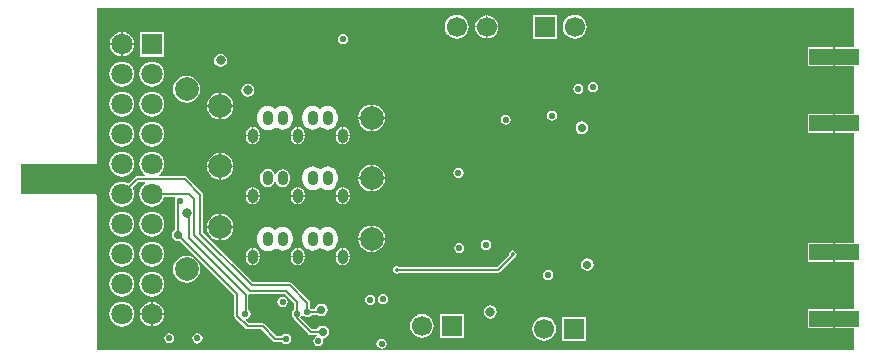
<source format=gbl>
%FSLAX43Y43*%
%MOMM*%
G71*
G01*
G75*
G04 Layer_Physical_Order=4*
G04 Layer_Color=16711680*
%ADD10R,3.600X1.800*%
%ADD11R,0.800X0.650*%
%ADD12R,0.650X0.800*%
%ADD13R,0.282X0.205*%
%ADD14R,0.205X0.282*%
%ADD15R,1.200X1.200*%
%ADD16R,0.900X0.600*%
%ADD17R,0.600X0.900*%
%ADD18R,0.350X0.350*%
%ADD19R,0.350X0.350*%
G04:AMPARAMS|DCode=20|XSize=0.205mm|YSize=0.282mm|CornerRadius=0mm|HoleSize=0mm|Usage=FLASHONLY|Rotation=315.000|XOffset=0mm|YOffset=0mm|HoleType=Round|Shape=Rectangle|*
%AMROTATEDRECTD20*
4,1,4,-0.172,-0.027,0.027,0.172,0.172,0.027,-0.027,-0.172,-0.172,-0.027,0.0*
%
%ADD20ROTATEDRECTD20*%

%ADD21R,0.350X0.700*%
%ADD22R,0.600X0.600*%
%ADD23R,0.950X1.750*%
%ADD24R,0.600X0.500*%
%ADD25R,0.762X0.762*%
%ADD26R,0.350X0.850*%
%ADD27R,1.100X0.700*%
%ADD28O,0.700X0.250*%
%ADD29O,0.250X0.700*%
%ADD30R,4.700X4.700*%
%ADD31R,1.600X1.400*%
%ADD32R,0.300X0.700*%
%ADD33R,1.300X1.100*%
%ADD34R,2.250X1.000*%
%ADD35R,2.200X1.050*%
%ADD36R,1.050X1.000*%
%ADD37R,1.200X3.200*%
%ADD38R,3.000X3.000*%
%ADD39R,3.200X1.200*%
%ADD40C,0.300*%
%ADD41C,0.254*%
%ADD42C,0.150*%
%ADD43C,0.203*%
%ADD44C,0.175*%
%ADD45C,0.152*%
%ADD46C,0.200*%
%ADD47C,0.400*%
%ADD48C,0.195*%
%ADD49C,0.170*%
%ADD50C,0.210*%
%ADD51C,0.190*%
%ADD52C,0.350*%
%ADD53R,1.547X1.240*%
%ADD54R,0.920X0.400*%
%ADD55R,0.920X0.400*%
%ADD56R,0.900X0.400*%
%ADD57R,0.002X0.195*%
%ADD58R,0.000X0.195*%
%ADD59R,0.486X1.169*%
%ADD60R,0.729X0.544*%
%ADD61R,0.428X1.195*%
%ADD62R,0.643X0.715*%
%ADD63C,2.000*%
%ADD64O,0.900X1.200*%
%ADD65O,0.900X1.250*%
%ADD66C,1.700*%
%ADD67R,4.200X1.350*%
%ADD68R,1.700X1.700*%
%ADD69C,1.800*%
%ADD70R,1.800X1.800*%
%ADD71C,0.550*%
%ADD72C,0.350*%
%ADD73C,0.800*%
%ADD74C,0.737*%
G36*
X64496Y26183D02*
X62864D01*
Y25383D01*
Y24583D01*
X64496D01*
Y20533D01*
X62864D01*
Y19733D01*
Y18933D01*
X64496D01*
Y9625D01*
X62889D01*
Y8825D01*
Y8025D01*
X64496D01*
Y4950D01*
X64496Y4950D01*
X64496D01*
Y3975D01*
X62889D01*
Y3175D01*
Y2375D01*
X64496D01*
Y504D01*
X456D01*
Y13523D01*
X456Y13523D01*
X441Y13601D01*
X396Y13667D01*
X396Y13667D01*
X394Y13669D01*
X328Y13713D01*
X250Y13729D01*
X-6021D01*
Y16271D01*
X250D01*
X328Y16287D01*
X394Y16331D01*
Y16331D01*
X394D01*
X438Y16397D01*
X454Y16475D01*
Y29496D01*
X64496D01*
Y26183D01*
D02*
G37*
%LPC*%
G36*
X33361Y9862D02*
X33195Y9829D01*
X33055Y9735D01*
X32961Y9595D01*
X32928Y9429D01*
X32961Y9263D01*
X33055Y9123D01*
X33195Y9029D01*
X33361Y8996D01*
X33527Y9029D01*
X33667Y9123D01*
X33761Y9263D01*
X33794Y9429D01*
X33761Y9595D01*
X33667Y9735D01*
X33527Y9829D01*
X33361Y9862D01*
D02*
G37*
G36*
X14863Y10982D02*
X14641Y10953D01*
X14434Y10867D01*
X14257Y10731D01*
X14121Y10554D01*
X14035Y10347D01*
X14006Y10125D01*
Y9775D01*
X14035Y9553D01*
X14121Y9346D01*
X14257Y9169D01*
X14434Y9033D01*
X14641Y8947D01*
X14863Y8918D01*
X15085Y8947D01*
X15292Y9033D01*
X15469Y9169D01*
X15469Y9169D01*
Y9169D01*
X15527Y9194D01*
Y9194D01*
X15527Y9194D01*
X15704Y9058D01*
X15911Y8972D01*
X16133Y8943D01*
X16355Y8972D01*
X16562Y9058D01*
X16739Y9194D01*
X16875Y9371D01*
X16961Y9578D01*
X16990Y9800D01*
Y10100D01*
X16961Y10322D01*
X16875Y10529D01*
X16739Y10706D01*
X16562Y10842D01*
X16355Y10928D01*
X16133Y10957D01*
X15911Y10928D01*
X15704Y10842D01*
X15527Y10706D01*
X15469Y10731D01*
X15469Y10731D01*
Y10731D01*
X15292Y10867D01*
X15085Y10953D01*
X14863Y10982D01*
D02*
G37*
G36*
X24799Y9887D02*
X23736D01*
Y8824D01*
X23967Y8854D01*
X24240Y8967D01*
X24475Y9148D01*
X24656Y9383D01*
X24769Y9656D01*
X24799Y9887D01*
D02*
G37*
G36*
X10781Y10887D02*
X9717D01*
X9747Y10656D01*
X9860Y10383D01*
X10041Y10148D01*
X10276Y9967D01*
X10549Y9854D01*
X10781Y9824D01*
Y10887D01*
D02*
G37*
G36*
X23736Y11076D02*
Y10012D01*
X24799D01*
X24769Y10244D01*
X24656Y10517D01*
X24475Y10752D01*
X24240Y10933D01*
X23967Y11046D01*
X23736Y11076D01*
D02*
G37*
G36*
X23611D02*
X23379Y11046D01*
X23106Y10933D01*
X22871Y10752D01*
X22690Y10517D01*
X22577Y10244D01*
X22547Y10012D01*
X23611D01*
Y11076D01*
D02*
G37*
G36*
X11969Y10887D02*
X10906D01*
Y9824D01*
X11137Y9854D01*
X11410Y9967D01*
X11645Y10148D01*
X11826Y10383D01*
X11939Y10656D01*
X11969Y10887D01*
D02*
G37*
G36*
X23611Y9887D02*
X22547D01*
X22577Y9656D01*
X22690Y9383D01*
X22871Y9148D01*
X23106Y8967D01*
X23379Y8854D01*
X23611Y8824D01*
Y9887D01*
D02*
G37*
G36*
X17340Y9174D02*
X17179Y9142D01*
X16988Y9015D01*
X16861Y8824D01*
X16817Y8600D01*
Y8512D01*
X17340D01*
Y9174D01*
D02*
G37*
G36*
X13656D02*
Y8512D01*
X14179D01*
Y8600D01*
X14135Y8824D01*
X14008Y9015D01*
X13817Y9142D01*
X13656Y9174D01*
D02*
G37*
G36*
X13531D02*
X13369Y9142D01*
X13178Y9015D01*
X13051Y8824D01*
X13007Y8600D01*
Y8512D01*
X13531D01*
Y9174D01*
D02*
G37*
G36*
X17465D02*
Y8512D01*
X17989D01*
Y8600D01*
X17945Y8824D01*
X17818Y9015D01*
X17627Y9142D01*
X17465Y9174D01*
D02*
G37*
G36*
X31094Y9596D02*
X30928Y9563D01*
X30788Y9469D01*
X30694Y9329D01*
X30661Y9163D01*
X30694Y8997D01*
X30788Y8857D01*
X30928Y8763D01*
X31094Y8730D01*
X31260Y8763D01*
X31400Y8857D01*
X31494Y8997D01*
X31527Y9163D01*
X31494Y9329D01*
X31400Y9469D01*
X31260Y9563D01*
X31094Y9596D01*
D02*
G37*
G36*
X21275Y9174D02*
Y8512D01*
X21799D01*
Y8600D01*
X21755Y8824D01*
X21628Y9015D01*
X21437Y9142D01*
X21275Y9174D01*
D02*
G37*
G36*
X21150D02*
X20989Y9142D01*
X20798Y9015D01*
X20671Y8824D01*
X20627Y8600D01*
Y8512D01*
X21150D01*
Y9174D01*
D02*
G37*
G36*
X2530Y12249D02*
X2256Y12213D01*
X2000Y12107D01*
X1781Y11939D01*
X1613Y11720D01*
X1507Y11464D01*
X1471Y11190D01*
X1507Y10916D01*
X1613Y10660D01*
X1781Y10441D01*
X2000Y10273D01*
X2256Y10167D01*
X2530Y10131D01*
X2804Y10167D01*
X3060Y10273D01*
X3279Y10441D01*
X3447Y10660D01*
X3553Y10916D01*
X3589Y11190D01*
X3553Y11464D01*
X3447Y11720D01*
X3279Y11939D01*
X3060Y12107D01*
X2804Y12213D01*
X2530Y12249D01*
D02*
G37*
G36*
X13531Y14320D02*
X13369Y14288D01*
X13178Y14161D01*
X13051Y13970D01*
X13007Y13746D01*
Y13658D01*
X13531D01*
Y14320D01*
D02*
G37*
G36*
X21799Y13533D02*
X21275D01*
Y12872D01*
X21437Y12904D01*
X21628Y13031D01*
X21755Y13222D01*
X21799Y13446D01*
Y13533D01*
D02*
G37*
G36*
X21150D02*
X20627D01*
Y13446D01*
X20671Y13222D01*
X20798Y13031D01*
X20989Y12904D01*
X21150Y12872D01*
Y13533D01*
D02*
G37*
G36*
X13656Y14320D02*
Y13658D01*
X14179D01*
Y13746D01*
X14135Y13970D01*
X14008Y14161D01*
X13817Y14288D01*
X13656Y14320D01*
D02*
G37*
G36*
X21150D02*
X20989Y14288D01*
X20798Y14161D01*
X20671Y13970D01*
X20627Y13746D01*
Y13658D01*
X21150D01*
Y14320D01*
D02*
G37*
G36*
X17465D02*
Y13658D01*
X17989D01*
Y13746D01*
X17945Y13970D01*
X17818Y14161D01*
X17627Y14288D01*
X17465Y14320D01*
D02*
G37*
G36*
X17340D02*
X17179Y14288D01*
X16988Y14161D01*
X16861Y13970D01*
X16817Y13746D01*
Y13658D01*
X17340D01*
Y14320D01*
D02*
G37*
G36*
X17989Y13533D02*
X17465D01*
Y12872D01*
X17627Y12904D01*
X17818Y13031D01*
X17945Y13222D01*
X17989Y13446D01*
Y13533D01*
D02*
G37*
G36*
X10781Y12076D02*
X10549Y12046D01*
X10276Y11933D01*
X10041Y11752D01*
X9860Y11517D01*
X9747Y11244D01*
X9717Y11012D01*
X10781D01*
Y12076D01*
D02*
G37*
G36*
X19943Y10957D02*
X19721Y10928D01*
X19514Y10842D01*
X19337Y10706D01*
X19279D01*
X19102Y10842D01*
X18895Y10928D01*
X18673Y10957D01*
X18451Y10928D01*
X18244Y10842D01*
X18067Y10706D01*
X17931Y10529D01*
X17845Y10322D01*
X17816Y10100D01*
Y9800D01*
X17845Y9578D01*
X17931Y9371D01*
X18067Y9194D01*
X18244Y9058D01*
X18451Y8972D01*
X18673Y8943D01*
X18895Y8972D01*
X19102Y9058D01*
X19279Y9194D01*
X19337D01*
X19514Y9058D01*
X19721Y8972D01*
X19943Y8943D01*
X20165Y8972D01*
X20372Y9058D01*
X20549Y9194D01*
X20685Y9371D01*
X20771Y9578D01*
X20800Y9800D01*
Y10100D01*
X20771Y10322D01*
X20685Y10529D01*
X20549Y10706D01*
X20372Y10842D01*
X20165Y10928D01*
X19943Y10957D01*
D02*
G37*
G36*
X5070Y12249D02*
X4796Y12213D01*
X4540Y12107D01*
X4321Y11939D01*
X4153Y11720D01*
X4047Y11464D01*
X4011Y11190D01*
X4047Y10916D01*
X4153Y10660D01*
X4321Y10441D01*
X4540Y10273D01*
X4796Y10167D01*
X5070Y10131D01*
X5344Y10167D01*
X5600Y10273D01*
X5819Y10441D01*
X5987Y10660D01*
X6093Y10916D01*
X6129Y11190D01*
X6093Y11464D01*
X5987Y11720D01*
X5819Y11939D01*
X5600Y12107D01*
X5344Y12213D01*
X5070Y12249D01*
D02*
G37*
G36*
X10906Y12076D02*
Y11012D01*
X11969D01*
X11939Y11244D01*
X11826Y11517D01*
X11645Y11752D01*
X11410Y11933D01*
X11137Y12046D01*
X10906Y12076D01*
D02*
G37*
G36*
X17340Y13533D02*
X16817D01*
Y13446D01*
X16861Y13222D01*
X16988Y13031D01*
X17179Y12904D01*
X17340Y12872D01*
Y13533D01*
D02*
G37*
G36*
X14179D02*
X13656D01*
Y12872D01*
X13817Y12904D01*
X14008Y13031D01*
X14135Y13222D01*
X14179Y13446D01*
Y13533D01*
D02*
G37*
G36*
X13531D02*
X13007D01*
Y13446D01*
X13051Y13222D01*
X13178Y13031D01*
X13369Y12904D01*
X13531Y12872D01*
Y13533D01*
D02*
G37*
G36*
X62764Y9625D02*
X60601D01*
Y8025D01*
X62764D01*
Y8825D01*
Y9625D01*
D02*
G37*
G36*
X6096Y3507D02*
X5133D01*
Y2544D01*
X5338Y2571D01*
X5587Y2675D01*
X5801Y2839D01*
X5965Y3053D01*
X6069Y3302D01*
X6096Y3507D01*
D02*
G37*
G36*
X5008D02*
X4044D01*
X4071Y3302D01*
X4175Y3053D01*
X4339Y2839D01*
X4553Y2675D01*
X4802Y2571D01*
X5008Y2544D01*
Y3507D01*
D02*
G37*
G36*
X2530Y4629D02*
X2256Y4593D01*
X2000Y4487D01*
X1781Y4319D01*
X1613Y4100D01*
X1507Y3844D01*
X1471Y3570D01*
X1507Y3296D01*
X1613Y3040D01*
X1781Y2821D01*
X2000Y2653D01*
X2256Y2547D01*
X2530Y2511D01*
X2804Y2547D01*
X3060Y2653D01*
X3279Y2821D01*
X3447Y3040D01*
X3553Y3296D01*
X3589Y3570D01*
X3553Y3844D01*
X3447Y4100D01*
X3279Y4319D01*
X3060Y4487D01*
X2804Y4593D01*
X2530Y4629D01*
D02*
G37*
G36*
X33719Y4324D02*
X33504Y4281D01*
X33322Y4160D01*
X33201Y3978D01*
X33158Y3763D01*
X33201Y3548D01*
X33322Y3366D01*
X33504Y3245D01*
X33719Y3202D01*
X33934Y3245D01*
X34116Y3366D01*
X34237Y3548D01*
X34280Y3763D01*
X34237Y3978D01*
X34116Y4160D01*
X33934Y4281D01*
X33719Y4324D01*
D02*
G37*
G36*
X16127Y5031D02*
X15961Y4998D01*
X15821Y4904D01*
X15727Y4764D01*
X15694Y4598D01*
X15727Y4432D01*
X15821Y4292D01*
X15961Y4198D01*
X16127Y4165D01*
X16293Y4198D01*
X16433Y4292D01*
X16527Y4432D01*
X16560Y4598D01*
X16527Y4764D01*
X16433Y4904D01*
X16293Y4998D01*
X16127Y5031D01*
D02*
G37*
G36*
X5133Y4596D02*
Y3632D01*
X6096D01*
X6069Y3838D01*
X5965Y4087D01*
X5801Y4301D01*
X5587Y4465D01*
X5338Y4569D01*
X5133Y4596D01*
D02*
G37*
G36*
X5008D02*
X4802Y4569D01*
X4553Y4465D01*
X4339Y4301D01*
X4175Y4087D01*
X4071Y3838D01*
X4044Y3632D01*
X5008D01*
Y4596D01*
D02*
G37*
G36*
X62764Y3975D02*
X60601D01*
Y2375D01*
X62764D01*
Y3175D01*
Y3975D01*
D02*
G37*
G36*
X6536Y1963D02*
X6370Y1930D01*
X6229Y1836D01*
X6135Y1696D01*
X6102Y1530D01*
X6135Y1364D01*
X6229Y1224D01*
X6370Y1130D01*
X6536Y1097D01*
X6702Y1130D01*
X6842Y1224D01*
X6936Y1364D01*
X6969Y1530D01*
X6936Y1696D01*
X6842Y1836D01*
X6702Y1930D01*
X6536Y1963D01*
D02*
G37*
G36*
X8918Y1953D02*
X8752Y1920D01*
X8611Y1826D01*
X8517Y1686D01*
X8484Y1520D01*
X8517Y1354D01*
X8611Y1214D01*
X8752Y1120D01*
X8918Y1087D01*
X9084Y1120D01*
X9224Y1214D01*
X9318Y1354D01*
X9351Y1520D01*
X9318Y1686D01*
X9224Y1826D01*
X9084Y1920D01*
X8918Y1953D01*
D02*
G37*
G36*
X24511Y1514D02*
X24345Y1481D01*
X24205Y1387D01*
X24111Y1247D01*
X24078Y1081D01*
X24111Y915D01*
X24205Y775D01*
X24345Y681D01*
X24511Y648D01*
X24677Y681D01*
X24817Y775D01*
X24911Y915D01*
X24944Y1081D01*
X24911Y1247D01*
X24817Y1387D01*
X24677Y1481D01*
X24511Y1514D01*
D02*
G37*
G36*
X38272Y3344D02*
X38011Y3309D01*
X37768Y3208D01*
X37559Y3048D01*
X37399Y2839D01*
X37298Y2596D01*
X37263Y2335D01*
X37298Y2074D01*
X37399Y1831D01*
X37559Y1622D01*
X37768Y1462D01*
X38011Y1361D01*
X38272Y1326D01*
X38533Y1361D01*
X38776Y1462D01*
X38985Y1622D01*
X39146Y1831D01*
X39246Y2074D01*
X39281Y2335D01*
X39246Y2596D01*
X39146Y2839D01*
X38985Y3048D01*
X38776Y3208D01*
X38533Y3309D01*
X38272Y3344D01*
D02*
G37*
G36*
X31471Y3582D02*
X29471D01*
Y1582D01*
X31471D01*
Y3582D01*
D02*
G37*
G36*
X27931Y3591D02*
X27670Y3556D01*
X27427Y3455D01*
X27218Y3295D01*
X27058Y3086D01*
X26957Y2843D01*
X26922Y2582D01*
X26957Y2321D01*
X27058Y2078D01*
X27218Y1869D01*
X27427Y1709D01*
X27670Y1608D01*
X27931Y1573D01*
X28192Y1608D01*
X28435Y1709D01*
X28644Y1869D01*
X28804Y2078D01*
X28905Y2321D01*
X28940Y2582D01*
X28905Y2843D01*
X28804Y3086D01*
X28644Y3295D01*
X28435Y3455D01*
X28192Y3556D01*
X27931Y3591D01*
D02*
G37*
G36*
X41812Y3335D02*
X39812D01*
Y1335D01*
X41812D01*
Y3335D01*
D02*
G37*
G36*
X23549Y5218D02*
X23383Y5185D01*
X23243Y5091D01*
X23149Y4951D01*
X23116Y4785D01*
X23149Y4619D01*
X23243Y4479D01*
X23383Y4385D01*
X23549Y4352D01*
X23715Y4385D01*
X23855Y4479D01*
X23949Y4619D01*
X23982Y4785D01*
X23949Y4951D01*
X23855Y5091D01*
X23715Y5185D01*
X23549Y5218D01*
D02*
G37*
G36*
X14179Y8387D02*
X13656D01*
Y7726D01*
X13817Y7758D01*
X14008Y7885D01*
X14135Y8076D01*
X14179Y8300D01*
Y8387D01*
D02*
G37*
G36*
X13531D02*
X13007D01*
Y8300D01*
X13051Y8076D01*
X13178Y7885D01*
X13369Y7758D01*
X13531Y7726D01*
Y8387D01*
D02*
G37*
G36*
X5070Y9709D02*
X4796Y9673D01*
X4540Y9567D01*
X4321Y9399D01*
X4153Y9180D01*
X4047Y8924D01*
X4011Y8650D01*
X4047Y8376D01*
X4153Y8120D01*
X4321Y7901D01*
X4540Y7733D01*
X4796Y7627D01*
X5070Y7591D01*
X5344Y7627D01*
X5600Y7733D01*
X5819Y7901D01*
X5987Y8120D01*
X6093Y8376D01*
X6129Y8650D01*
X6093Y8924D01*
X5987Y9180D01*
X5819Y9399D01*
X5600Y9567D01*
X5344Y9673D01*
X5070Y9709D01*
D02*
G37*
G36*
X17340Y8387D02*
X16817D01*
Y8300D01*
X16861Y8076D01*
X16988Y7885D01*
X17179Y7758D01*
X17340Y7726D01*
Y8387D01*
D02*
G37*
G36*
X21799D02*
X21275D01*
Y7726D01*
X21437Y7758D01*
X21628Y7885D01*
X21755Y8076D01*
X21799Y8300D01*
Y8387D01*
D02*
G37*
G36*
X21150D02*
X20627D01*
Y8300D01*
X20671Y8076D01*
X20798Y7885D01*
X20989Y7758D01*
X21150Y7726D01*
Y8387D01*
D02*
G37*
G36*
X17989D02*
X17465D01*
Y7726D01*
X17627Y7758D01*
X17818Y7885D01*
X17945Y8076D01*
X17989Y8300D01*
Y8387D01*
D02*
G37*
G36*
X2530Y9709D02*
X2256Y9673D01*
X2000Y9567D01*
X1781Y9399D01*
X1613Y9180D01*
X1507Y8924D01*
X1471Y8650D01*
X1507Y8376D01*
X1613Y8120D01*
X1781Y7901D01*
X2000Y7733D01*
X2256Y7627D01*
X2530Y7591D01*
X2804Y7627D01*
X3060Y7733D01*
X3279Y7901D01*
X3447Y8120D01*
X3553Y8376D01*
X3589Y8650D01*
X3553Y8924D01*
X3447Y9180D01*
X3279Y9399D01*
X3060Y9567D01*
X2804Y9673D01*
X2530Y9709D01*
D02*
G37*
G36*
X5070Y7169D02*
X4796Y7133D01*
X4540Y7027D01*
X4321Y6859D01*
X4153Y6640D01*
X4047Y6384D01*
X4011Y6110D01*
X4047Y5836D01*
X4153Y5580D01*
X4321Y5361D01*
X4540Y5193D01*
X4796Y5087D01*
X5070Y5051D01*
X5344Y5087D01*
X5600Y5193D01*
X5819Y5361D01*
X5987Y5580D01*
X6093Y5836D01*
X6129Y6110D01*
X6093Y6384D01*
X5987Y6640D01*
X5819Y6859D01*
X5600Y7027D01*
X5344Y7133D01*
X5070Y7169D01*
D02*
G37*
G36*
X2530D02*
X2256Y7133D01*
X2000Y7027D01*
X1781Y6859D01*
X1613Y6640D01*
X1507Y6384D01*
X1471Y6110D01*
X1507Y5836D01*
X1613Y5580D01*
X1781Y5361D01*
X2000Y5193D01*
X2256Y5087D01*
X2530Y5051D01*
X2804Y5087D01*
X3060Y5193D01*
X3279Y5361D01*
X3447Y5580D01*
X3553Y5836D01*
X3589Y6110D01*
X3553Y6384D01*
X3447Y6640D01*
X3279Y6859D01*
X3060Y7027D01*
X2804Y7133D01*
X2530Y7169D01*
D02*
G37*
G36*
X24623Y5281D02*
X24457Y5248D01*
X24317Y5154D01*
X24223Y5014D01*
X24190Y4848D01*
X24223Y4682D01*
X24317Y4542D01*
X24457Y4448D01*
X24623Y4415D01*
X24789Y4448D01*
X24929Y4542D01*
X25023Y4682D01*
X25056Y4848D01*
X25023Y5014D01*
X24929Y5154D01*
X24789Y5248D01*
X24623Y5281D01*
D02*
G37*
G36*
X8000Y8540D02*
X7700Y8500D01*
X7420Y8385D01*
X7180Y8200D01*
X6995Y7960D01*
X6880Y7680D01*
X6840Y7380D01*
X6880Y7080D01*
X6995Y6800D01*
X7180Y6560D01*
X7420Y6375D01*
X7700Y6260D01*
X8000Y6220D01*
X8300Y6260D01*
X8580Y6375D01*
X8820Y6560D01*
X9005Y6800D01*
X9120Y7080D01*
X9160Y7380D01*
X9120Y7680D01*
X9005Y7960D01*
X8820Y8200D01*
X8580Y8385D01*
X8300Y8500D01*
X8000Y8540D01*
D02*
G37*
G36*
X35612Y8968D02*
X35485Y8943D01*
X35378Y8871D01*
X35306Y8764D01*
X35281Y8637D01*
X35292Y8578D01*
X34277Y7564D01*
X26011D01*
X25912Y7630D01*
X25785Y7655D01*
X25658Y7630D01*
X25551Y7558D01*
X25479Y7451D01*
X25454Y7324D01*
X25479Y7197D01*
X25551Y7090D01*
X25658Y7018D01*
X25785Y6993D01*
X25912Y7018D01*
X26011Y7084D01*
X34377D01*
X34468Y7103D01*
X34546Y7155D01*
X34546Y7155D01*
X34546Y7155D01*
X35718Y8327D01*
X35739Y8331D01*
X35846Y8403D01*
X35918Y8510D01*
X35943Y8637D01*
X35918Y8764D01*
X35846Y8871D01*
X35739Y8943D01*
X35612Y8968D01*
D02*
G37*
G36*
X41926Y8309D02*
X41720Y8268D01*
X41545Y8151D01*
X41428Y7976D01*
X41387Y7770D01*
X41428Y7564D01*
X41545Y7389D01*
X41720Y7272D01*
X41926Y7231D01*
X42132Y7272D01*
X42307Y7389D01*
X42424Y7564D01*
X42465Y7770D01*
X42424Y7976D01*
X42307Y8151D01*
X42132Y8268D01*
X41926Y8309D01*
D02*
G37*
G36*
X38615Y7316D02*
X38449Y7283D01*
X38309Y7189D01*
X38215Y7049D01*
X38182Y6883D01*
X38215Y6717D01*
X38309Y6577D01*
X38449Y6483D01*
X38615Y6450D01*
X38781Y6483D01*
X38921Y6577D01*
X39015Y6717D01*
X39048Y6883D01*
X39015Y7049D01*
X38921Y7189D01*
X38781Y7283D01*
X38615Y7316D01*
D02*
G37*
G36*
X21275Y14320D02*
Y13658D01*
X21799D01*
Y13746D01*
X21755Y13970D01*
X21628Y14161D01*
X21437Y14288D01*
X21275Y14320D01*
D02*
G37*
G36*
X10906Y22318D02*
Y21254D01*
X11969D01*
X11939Y21486D01*
X11826Y21759D01*
X11645Y21994D01*
X11410Y22175D01*
X11137Y22288D01*
X10906Y22318D01*
D02*
G37*
G36*
X8000Y23780D02*
X7700Y23740D01*
X7420Y23625D01*
X7180Y23440D01*
X6995Y23200D01*
X6880Y22920D01*
X6840Y22620D01*
X6880Y22320D01*
X6995Y22040D01*
X7180Y21800D01*
X7420Y21615D01*
X7700Y21500D01*
X8000Y21460D01*
X8300Y21500D01*
X8580Y21615D01*
X8820Y21800D01*
X9005Y22040D01*
X9120Y22320D01*
X9160Y22620D01*
X9120Y22920D01*
X9005Y23200D01*
X8820Y23440D01*
X8580Y23625D01*
X8300Y23740D01*
X8000Y23780D01*
D02*
G37*
G36*
X19943Y21199D02*
X19721Y21170D01*
X19514Y21084D01*
X19337Y20948D01*
X19279D01*
X19102Y21084D01*
X18895Y21170D01*
X18673Y21199D01*
X18451Y21170D01*
X18244Y21084D01*
X18067Y20948D01*
X17931Y20771D01*
X17845Y20564D01*
X17816Y20342D01*
Y20042D01*
X17845Y19820D01*
X17931Y19613D01*
X18067Y19436D01*
X18244Y19300D01*
X18451Y19214D01*
X18673Y19185D01*
X18895Y19214D01*
X19102Y19300D01*
X19279Y19436D01*
X19337D01*
X19514Y19300D01*
X19721Y19214D01*
X19943Y19185D01*
X20165Y19214D01*
X20372Y19300D01*
X20549Y19436D01*
X20685Y19613D01*
X20771Y19820D01*
X20800Y20042D01*
Y20342D01*
X20771Y20564D01*
X20685Y20771D01*
X20549Y20948D01*
X20372Y21084D01*
X20165Y21170D01*
X19943Y21199D01*
D02*
G37*
G36*
X10781Y22318D02*
X10549Y22288D01*
X10276Y22175D01*
X10041Y21994D01*
X9860Y21759D01*
X9747Y21486D01*
X9717Y21254D01*
X10781D01*
Y22318D01*
D02*
G37*
G36*
X42425Y23223D02*
X42259Y23190D01*
X42119Y23096D01*
X42025Y22956D01*
X41992Y22790D01*
X42025Y22624D01*
X42119Y22484D01*
X42259Y22390D01*
X42425Y22357D01*
X42591Y22390D01*
X42731Y22484D01*
X42825Y22624D01*
X42858Y22790D01*
X42825Y22956D01*
X42731Y23096D01*
X42591Y23190D01*
X42425Y23223D01*
D02*
G37*
G36*
X2530Y24949D02*
X2256Y24913D01*
X2000Y24807D01*
X1781Y24639D01*
X1613Y24420D01*
X1507Y24164D01*
X1471Y23890D01*
X1507Y23616D01*
X1613Y23360D01*
X1781Y23141D01*
X2000Y22973D01*
X2256Y22867D01*
X2530Y22831D01*
X2804Y22867D01*
X3060Y22973D01*
X3279Y23141D01*
X3447Y23360D01*
X3553Y23616D01*
X3589Y23890D01*
X3553Y24164D01*
X3447Y24420D01*
X3279Y24639D01*
X3060Y24807D01*
X2804Y24913D01*
X2530Y24949D01*
D02*
G37*
G36*
X13190Y23087D02*
X12975Y23044D01*
X12793Y22923D01*
X12672Y22741D01*
X12629Y22526D01*
X12672Y22311D01*
X12793Y22129D01*
X12975Y22008D01*
X13190Y21965D01*
X13405Y22008D01*
X13587Y22129D01*
X13708Y22311D01*
X13751Y22526D01*
X13708Y22741D01*
X13587Y22923D01*
X13405Y23044D01*
X13190Y23087D01*
D02*
G37*
G36*
X41174Y23083D02*
X41008Y23050D01*
X40868Y22956D01*
X40774Y22816D01*
X40741Y22650D01*
X40774Y22484D01*
X40868Y22344D01*
X41008Y22250D01*
X41174Y22217D01*
X41340Y22250D01*
X41480Y22344D01*
X41574Y22484D01*
X41607Y22650D01*
X41574Y22816D01*
X41480Y22956D01*
X41340Y23050D01*
X41174Y23083D01*
D02*
G37*
G36*
X10781Y21129D02*
X9717D01*
X9747Y20898D01*
X9860Y20625D01*
X10041Y20390D01*
X10276Y20209D01*
X10549Y20096D01*
X10781Y20066D01*
Y21129D01*
D02*
G37*
G36*
X11969D02*
X10906D01*
Y20066D01*
X11137Y20096D01*
X11410Y20209D01*
X11645Y20390D01*
X11826Y20625D01*
X11939Y20898D01*
X11969Y21129D01*
D02*
G37*
G36*
X35025Y20474D02*
X34859Y20441D01*
X34719Y20347D01*
X34625Y20207D01*
X34592Y20041D01*
X34625Y19875D01*
X34719Y19735D01*
X34859Y19641D01*
X35025Y19608D01*
X35191Y19641D01*
X35331Y19735D01*
X35425Y19875D01*
X35458Y20041D01*
X35425Y20207D01*
X35331Y20347D01*
X35191Y20441D01*
X35025Y20474D01*
D02*
G37*
G36*
X38946Y20807D02*
X38780Y20774D01*
X38640Y20680D01*
X38546Y20540D01*
X38513Y20374D01*
X38546Y20208D01*
X38640Y20068D01*
X38780Y19974D01*
X38946Y19941D01*
X39112Y19974D01*
X39252Y20068D01*
X39346Y20208D01*
X39379Y20374D01*
X39346Y20540D01*
X39252Y20680D01*
X39112Y20774D01*
X38946Y20807D01*
D02*
G37*
G36*
X2530Y22409D02*
X2256Y22373D01*
X2000Y22267D01*
X1781Y22099D01*
X1613Y21880D01*
X1507Y21624D01*
X1471Y21350D01*
X1507Y21076D01*
X1613Y20820D01*
X1781Y20601D01*
X2000Y20433D01*
X2256Y20327D01*
X2530Y20291D01*
X2804Y20327D01*
X3060Y20433D01*
X3279Y20601D01*
X3447Y20820D01*
X3553Y21076D01*
X3589Y21350D01*
X3553Y21624D01*
X3447Y21880D01*
X3279Y22099D01*
X3060Y22267D01*
X2804Y22373D01*
X2530Y22409D01*
D02*
G37*
G36*
X5070D02*
X4796Y22373D01*
X4540Y22267D01*
X4321Y22099D01*
X4153Y21880D01*
X4047Y21624D01*
X4011Y21350D01*
X4047Y21076D01*
X4153Y20820D01*
X4321Y20601D01*
X4540Y20433D01*
X4796Y20327D01*
X5070Y20291D01*
X5344Y20327D01*
X5600Y20433D01*
X5819Y20601D01*
X5987Y20820D01*
X6093Y21076D01*
X6129Y21350D01*
X6093Y21624D01*
X5987Y21880D01*
X5819Y22099D01*
X5600Y22267D01*
X5344Y22373D01*
X5070Y22409D01*
D02*
G37*
G36*
X23611Y21318D02*
X23379Y21288D01*
X23106Y21175D01*
X22871Y20994D01*
X22690Y20759D01*
X22577Y20486D01*
X22547Y20254D01*
X23611D01*
Y21318D01*
D02*
G37*
G36*
X23736D02*
Y20254D01*
X24799D01*
X24769Y20486D01*
X24656Y20759D01*
X24475Y20994D01*
X24240Y21175D01*
X23967Y21288D01*
X23736Y21318D01*
D02*
G37*
G36*
X40869Y28919D02*
X40608Y28884D01*
X40365Y28784D01*
X40156Y28623D01*
X39995Y28414D01*
X39895Y28171D01*
X39860Y27910D01*
X39895Y27649D01*
X39995Y27406D01*
X40156Y27197D01*
X40365Y27037D01*
X40608Y26936D01*
X40869Y26901D01*
X41130Y26936D01*
X41373Y27037D01*
X41582Y27197D01*
X41742Y27406D01*
X41843Y27649D01*
X41878Y27910D01*
X41843Y28171D01*
X41742Y28414D01*
X41582Y28623D01*
X41373Y28784D01*
X41130Y28884D01*
X40869Y28919D01*
D02*
G37*
G36*
X39329Y28910D02*
X37329D01*
Y26910D01*
X39329D01*
Y28910D01*
D02*
G37*
G36*
X2592Y27456D02*
Y26493D01*
X3556D01*
X3529Y26698D01*
X3425Y26947D01*
X3261Y27161D01*
X3047Y27325D01*
X2798Y27429D01*
X2592Y27456D01*
D02*
G37*
G36*
X30873Y28919D02*
X30612Y28884D01*
X30369Y28784D01*
X30160Y28623D01*
X30000Y28414D01*
X29899Y28171D01*
X29864Y27910D01*
X29899Y27649D01*
X30000Y27406D01*
X30160Y27197D01*
X30369Y27037D01*
X30612Y26936D01*
X30873Y26901D01*
X31134Y26936D01*
X31377Y27037D01*
X31586Y27197D01*
X31747Y27406D01*
X31847Y27649D01*
X31882Y27910D01*
X31847Y28171D01*
X31747Y28414D01*
X31586Y28623D01*
X31377Y28784D01*
X31134Y28884D01*
X30873Y28919D01*
D02*
G37*
G36*
X33350Y28885D02*
X33158Y28860D01*
X32921Y28762D01*
X32718Y28605D01*
X32561Y28402D01*
X32463Y28165D01*
X32438Y27972D01*
X33350D01*
Y28885D01*
D02*
G37*
G36*
X33475D02*
Y27972D01*
X34388D01*
X34363Y28165D01*
X34265Y28402D01*
X34108Y28605D01*
X33905Y28762D01*
X33668Y28860D01*
X33475Y28885D01*
D02*
G37*
G36*
X33350Y27847D02*
X32438D01*
X32463Y27655D01*
X32561Y27418D01*
X32718Y27215D01*
X32921Y27058D01*
X33158Y26960D01*
X33350Y26935D01*
Y27847D01*
D02*
G37*
G36*
X34388D02*
X33475D01*
Y26935D01*
X33668Y26960D01*
X33905Y27058D01*
X34108Y27215D01*
X34265Y27418D01*
X34363Y27655D01*
X34388Y27847D01*
D02*
G37*
G36*
X62739Y26183D02*
X60577D01*
Y24583D01*
X62739D01*
Y25383D01*
Y26183D01*
D02*
G37*
G36*
X6120Y27480D02*
X4020D01*
Y25380D01*
X6120D01*
Y27480D01*
D02*
G37*
G36*
X5070Y24949D02*
X4796Y24913D01*
X4540Y24807D01*
X4321Y24639D01*
X4153Y24420D01*
X4047Y24164D01*
X4011Y23890D01*
X4047Y23616D01*
X4153Y23360D01*
X4321Y23141D01*
X4540Y22973D01*
X4796Y22867D01*
X5070Y22831D01*
X5344Y22867D01*
X5600Y22973D01*
X5819Y23141D01*
X5987Y23360D01*
X6093Y23616D01*
X6129Y23890D01*
X6093Y24164D01*
X5987Y24420D01*
X5819Y24639D01*
X5600Y24807D01*
X5344Y24913D01*
X5070Y24949D01*
D02*
G37*
G36*
X10875Y25626D02*
X10660Y25583D01*
X10478Y25462D01*
X10357Y25280D01*
X10314Y25065D01*
X10357Y24850D01*
X10478Y24668D01*
X10660Y24547D01*
X10875Y24504D01*
X11090Y24547D01*
X11272Y24668D01*
X11393Y24850D01*
X11436Y25065D01*
X11393Y25280D01*
X11272Y25462D01*
X11090Y25583D01*
X10875Y25626D01*
D02*
G37*
G36*
X21249Y27293D02*
X21083Y27260D01*
X20943Y27166D01*
X20849Y27026D01*
X20816Y26860D01*
X20849Y26694D01*
X20943Y26554D01*
X21083Y26460D01*
X21249Y26427D01*
X21415Y26460D01*
X21555Y26554D01*
X21649Y26694D01*
X21682Y26860D01*
X21649Y27026D01*
X21555Y27166D01*
X21415Y27260D01*
X21249Y27293D01*
D02*
G37*
G36*
X2467Y27456D02*
X2262Y27429D01*
X2013Y27325D01*
X1799Y27161D01*
X1635Y26947D01*
X1531Y26698D01*
X1504Y26493D01*
X2467D01*
Y27456D01*
D02*
G37*
G36*
Y26368D02*
X1504D01*
X1531Y26162D01*
X1635Y25913D01*
X1799Y25699D01*
X2013Y25535D01*
X2262Y25431D01*
X2467Y25404D01*
Y26368D01*
D02*
G37*
G36*
X3556D02*
X2592D01*
Y25404D01*
X2798Y25431D01*
X3047Y25535D01*
X3261Y25699D01*
X3425Y25913D01*
X3529Y26162D01*
X3556Y26368D01*
D02*
G37*
G36*
X19943Y16103D02*
X19721Y16074D01*
X19514Y15988D01*
X19337Y15852D01*
X19279D01*
X19102Y15988D01*
X18895Y16074D01*
X18673Y16103D01*
X18451Y16074D01*
X18244Y15988D01*
X18067Y15852D01*
X17931Y15675D01*
X17845Y15468D01*
X17816Y15246D01*
Y14946D01*
X17845Y14724D01*
X17931Y14517D01*
X18067Y14340D01*
X18244Y14204D01*
X18451Y14118D01*
X18673Y14089D01*
X18895Y14118D01*
X19102Y14204D01*
X19279Y14340D01*
X19337D01*
X19514Y14204D01*
X19721Y14118D01*
X19943Y14089D01*
X20165Y14118D01*
X20372Y14204D01*
X20549Y14340D01*
X20685Y14517D01*
X20771Y14724D01*
X20800Y14946D01*
Y15246D01*
X20771Y15468D01*
X20685Y15675D01*
X20549Y15852D01*
X20372Y15988D01*
X20165Y16074D01*
X19943Y16103D01*
D02*
G37*
G36*
X10781Y17222D02*
X10549Y17192D01*
X10276Y17079D01*
X10041Y16898D01*
X9860Y16663D01*
X9747Y16390D01*
X9717Y16159D01*
X10781D01*
Y17222D01*
D02*
G37*
G36*
X23736Y16222D02*
Y15158D01*
X24799D01*
X24769Y15390D01*
X24656Y15663D01*
X24475Y15898D01*
X24240Y16079D01*
X23967Y16192D01*
X23736Y16222D01*
D02*
G37*
G36*
X2530Y17329D02*
X2256Y17293D01*
X2000Y17187D01*
X1781Y17019D01*
X1613Y16800D01*
X1507Y16544D01*
X1471Y16270D01*
X1507Y15996D01*
X1613Y15740D01*
X1781Y15521D01*
X2000Y15353D01*
X2256Y15247D01*
X2530Y15211D01*
X2804Y15247D01*
X3060Y15353D01*
X3279Y15521D01*
X3447Y15740D01*
X3553Y15996D01*
X3589Y16270D01*
X3553Y16544D01*
X3447Y16800D01*
X3279Y17019D01*
X3060Y17187D01*
X2804Y17293D01*
X2530Y17329D01*
D02*
G37*
G36*
X5070Y19869D02*
X4796Y19833D01*
X4540Y19727D01*
X4321Y19559D01*
X4153Y19340D01*
X4047Y19084D01*
X4011Y18810D01*
X4047Y18536D01*
X4153Y18280D01*
X4321Y18061D01*
X4540Y17893D01*
X4796Y17787D01*
X5070Y17751D01*
X5344Y17787D01*
X5600Y17893D01*
X5819Y18061D01*
X5987Y18280D01*
X6093Y18536D01*
X6129Y18810D01*
X6093Y19084D01*
X5987Y19340D01*
X5819Y19559D01*
X5600Y19727D01*
X5344Y19833D01*
X5070Y19869D01*
D02*
G37*
G36*
X13531Y18629D02*
X13007D01*
Y18542D01*
X13051Y18318D01*
X13178Y18127D01*
X13369Y18000D01*
X13531Y17968D01*
Y18629D01*
D02*
G37*
G36*
X10906Y17222D02*
Y16159D01*
X11969D01*
X11939Y16390D01*
X11826Y16663D01*
X11645Y16898D01*
X11410Y17079D01*
X11137Y17192D01*
X10906Y17222D01*
D02*
G37*
G36*
X2530Y19869D02*
X2256Y19833D01*
X2000Y19727D01*
X1781Y19559D01*
X1613Y19340D01*
X1507Y19084D01*
X1471Y18810D01*
X1507Y18536D01*
X1613Y18280D01*
X1781Y18061D01*
X2000Y17893D01*
X2256Y17787D01*
X2530Y17751D01*
X2804Y17787D01*
X3060Y17893D01*
X3279Y18061D01*
X3447Y18280D01*
X3553Y18536D01*
X3589Y18810D01*
X3553Y19084D01*
X3447Y19340D01*
X3279Y19559D01*
X3060Y19727D01*
X2804Y19833D01*
X2530Y19869D01*
D02*
G37*
G36*
X14863Y15883D02*
X14629Y15836D01*
X14430Y15704D01*
X14298Y15505D01*
X14251Y15271D01*
Y14921D01*
X14298Y14687D01*
X14430Y14488D01*
X14629Y14356D01*
X14863Y14309D01*
X15097Y14356D01*
X15296Y14488D01*
X15428Y14687D01*
X15437Y14731D01*
X15564D01*
X15568Y14712D01*
X15700Y14513D01*
X15899Y14381D01*
X16133Y14334D01*
X16367Y14381D01*
X16566Y14513D01*
X16698Y14712D01*
X16745Y14946D01*
Y15246D01*
X16698Y15480D01*
X16566Y15679D01*
X16367Y15811D01*
X16133Y15858D01*
X15899Y15811D01*
X15700Y15679D01*
X15568Y15480D01*
X15564Y15461D01*
X15437D01*
X15428Y15505D01*
X15296Y15704D01*
X15097Y15836D01*
X14863Y15883D01*
D02*
G37*
G36*
X5070Y17329D02*
X4796Y17293D01*
X4540Y17187D01*
X4321Y17019D01*
X4153Y16800D01*
X4047Y16544D01*
X4011Y16270D01*
X4047Y15996D01*
X4153Y15740D01*
X4321Y15521D01*
X4494Y15389D01*
X4453Y15268D01*
X3816D01*
X3719Y15249D01*
X3638Y15194D01*
X3077Y14634D01*
X3060Y14647D01*
X2804Y14753D01*
X2530Y14789D01*
X2256Y14753D01*
X2000Y14647D01*
X1781Y14479D01*
X1613Y14260D01*
X1507Y14004D01*
X1471Y13730D01*
X1507Y13456D01*
X1613Y13200D01*
X1781Y12981D01*
X2000Y12813D01*
X2256Y12707D01*
X2530Y12671D01*
X2804Y12707D01*
X3060Y12813D01*
X3279Y12981D01*
X3447Y13200D01*
X3553Y13456D01*
X3589Y13730D01*
X3553Y14004D01*
X3447Y14260D01*
X3434Y14277D01*
X3921Y14764D01*
X4492D01*
X4506Y14730D01*
X4536Y14643D01*
X4321Y14479D01*
X4153Y14260D01*
X4047Y14004D01*
X4011Y13730D01*
X4047Y13456D01*
X4153Y13200D01*
X4321Y12981D01*
X4540Y12813D01*
X4796Y12707D01*
X5070Y12671D01*
X5344Y12707D01*
X5600Y12813D01*
X5819Y12981D01*
X5987Y13200D01*
X6093Y13456D01*
X6096Y13478D01*
X6980D01*
X7040Y13366D01*
X7027Y13346D01*
X6994Y13180D01*
X7027Y13014D01*
X7038Y12998D01*
Y10763D01*
X6909Y10677D01*
X6792Y10502D01*
X6751Y10296D01*
X6792Y10090D01*
X6909Y9915D01*
X7084Y9798D01*
X7290Y9757D01*
X7442Y9788D01*
X12053Y5176D01*
Y3429D01*
X12072Y3332D01*
X12127Y3251D01*
X12127Y3251D01*
X12127Y3251D01*
X13021Y2357D01*
X13102Y2302D01*
X13199Y2283D01*
X14327D01*
X15323Y1288D01*
X15323D01*
X15323Y1288D01*
X15323Y1288D01*
Y1288D01*
X15404Y1233D01*
X15501Y1214D01*
X16078D01*
X16115Y1160D01*
X16255Y1066D01*
X16421Y1033D01*
X16587Y1066D01*
X16727Y1160D01*
X16821Y1300D01*
X16854Y1466D01*
X16821Y1632D01*
X16727Y1772D01*
X16587Y1866D01*
X16421Y1899D01*
X16255Y1866D01*
X16115Y1772D01*
X16078Y1718D01*
X15606D01*
X14610Y2713D01*
X14529Y2768D01*
X14432Y2787D01*
X13304D01*
X13025Y3066D01*
X13062Y3187D01*
X13156Y3206D01*
X13296Y3300D01*
X13390Y3440D01*
X13423Y3606D01*
X13390Y3772D01*
X13296Y3912D01*
X13243Y3948D01*
Y5223D01*
X13342Y5304D01*
X13346Y5303D01*
X16308D01*
X17081Y4530D01*
Y3956D01*
X17027Y3919D01*
X16933Y3779D01*
X16900Y3613D01*
X16933Y3447D01*
X17027Y3307D01*
X17081Y3270D01*
Y3236D01*
X17100Y3139D01*
X17155Y3058D01*
X18317Y1896D01*
X18398Y1841D01*
X18495Y1822D01*
X19021D01*
X19032Y1708D01*
X19026Y1694D01*
X18983Y1685D01*
X18843Y1591D01*
X18749Y1451D01*
X18716Y1285D01*
X18749Y1119D01*
X18843Y979D01*
X18983Y885D01*
X19149Y852D01*
X19315Y885D01*
X19455Y979D01*
X19549Y1119D01*
X19582Y1285D01*
X19549Y1451D01*
X19736Y1576D01*
X19740Y1576D01*
X19915Y1693D01*
X20032Y1868D01*
X20073Y2074D01*
X20032Y2280D01*
X19915Y2455D01*
X19740Y2572D01*
X19534Y2613D01*
X19328Y2572D01*
X19153Y2455D01*
X19067Y2326D01*
X18600D01*
X17638Y3288D01*
X17639Y3307D01*
X17733Y3447D01*
X17745Y3506D01*
X17870Y3530D01*
X17932Y3438D01*
X18072Y3344D01*
X18238Y3311D01*
X18404Y3344D01*
X18544Y3438D01*
X18581Y3492D01*
X19114D01*
X19198Y3435D01*
X19404Y3394D01*
X19610Y3435D01*
X19785Y3552D01*
X19902Y3727D01*
X19943Y3933D01*
X19902Y4139D01*
X19785Y4314D01*
X19610Y4431D01*
X19404Y4472D01*
X19198Y4431D01*
X19023Y4314D01*
X18906Y4139D01*
X18878Y3996D01*
X18581D01*
X18544Y4050D01*
X18490Y4087D01*
Y4499D01*
X18471Y4596D01*
X18416Y4677D01*
X16906Y6187D01*
X16825Y6242D01*
X16728Y6261D01*
X13635D01*
X9408Y10488D01*
Y13696D01*
X9389Y13793D01*
X9334Y13874D01*
X8014Y15194D01*
X7933Y15249D01*
X7836Y15268D01*
X5687D01*
X5646Y15389D01*
X5819Y15521D01*
X5987Y15740D01*
X6093Y15996D01*
X6129Y16270D01*
X6093Y16544D01*
X5987Y16800D01*
X5819Y17019D01*
X5600Y17187D01*
X5344Y17293D01*
X5070Y17329D01*
D02*
G37*
G36*
X23611Y15033D02*
X22547D01*
X22577Y14802D01*
X22690Y14529D01*
X22871Y14294D01*
X23106Y14113D01*
X23379Y14000D01*
X23611Y13970D01*
Y15033D01*
D02*
G37*
G36*
X24799D02*
X23736D01*
Y13970D01*
X23967Y14000D01*
X24240Y14113D01*
X24475Y14294D01*
X24656Y14529D01*
X24769Y14802D01*
X24799Y15033D01*
D02*
G37*
G36*
X31016Y15971D02*
X30850Y15938D01*
X30710Y15844D01*
X30616Y15704D01*
X30583Y15538D01*
X30616Y15372D01*
X30710Y15232D01*
X30850Y15138D01*
X31016Y15105D01*
X31182Y15138D01*
X31322Y15232D01*
X31416Y15372D01*
X31449Y15538D01*
X31416Y15704D01*
X31322Y15844D01*
X31182Y15938D01*
X31016Y15971D01*
D02*
G37*
G36*
X23611Y16222D02*
X23379Y16192D01*
X23106Y16079D01*
X22871Y15898D01*
X22690Y15663D01*
X22577Y15390D01*
X22547Y15158D01*
X23611D01*
Y16222D01*
D02*
G37*
G36*
X10781Y16034D02*
X9717D01*
X9747Y15802D01*
X9860Y15529D01*
X10041Y15294D01*
X10276Y15113D01*
X10549Y15000D01*
X10781Y14970D01*
Y16034D01*
D02*
G37*
G36*
X11969D02*
X10906D01*
Y14970D01*
X11137Y15000D01*
X11410Y15113D01*
X11645Y15294D01*
X11826Y15529D01*
X11939Y15802D01*
X11969Y16034D01*
D02*
G37*
G36*
X21275Y19416D02*
Y18754D01*
X21799D01*
Y18842D01*
X21755Y19066D01*
X21628Y19257D01*
X21437Y19384D01*
X21275Y19416D01*
D02*
G37*
G36*
X41471Y19896D02*
X41265Y19855D01*
X41090Y19738D01*
X40973Y19563D01*
X40932Y19357D01*
X40973Y19151D01*
X41090Y18976D01*
X41265Y18859D01*
X41471Y18818D01*
X41677Y18859D01*
X41852Y18976D01*
X41969Y19151D01*
X42010Y19357D01*
X41969Y19563D01*
X41852Y19738D01*
X41677Y19855D01*
X41471Y19896D01*
D02*
G37*
G36*
X17465Y19416D02*
Y18754D01*
X17989D01*
Y18842D01*
X17945Y19066D01*
X17818Y19257D01*
X17627Y19384D01*
X17465Y19416D01*
D02*
G37*
G36*
X21150D02*
X20989Y19384D01*
X20798Y19257D01*
X20671Y19066D01*
X20627Y18842D01*
Y18754D01*
X21150D01*
Y19416D01*
D02*
G37*
G36*
X24799Y20129D02*
X23736D01*
Y19066D01*
X23967Y19096D01*
X24240Y19209D01*
X24475Y19390D01*
X24656Y19625D01*
X24769Y19898D01*
X24799Y20129D01*
D02*
G37*
G36*
X14863Y21224D02*
X14641Y21195D01*
X14434Y21109D01*
X14257Y20973D01*
X14121Y20796D01*
X14035Y20589D01*
X14006Y20367D01*
Y20017D01*
X14035Y19795D01*
X14121Y19588D01*
X14257Y19411D01*
X14434Y19275D01*
X14641Y19189D01*
X14863Y19160D01*
X15085Y19189D01*
X15292Y19275D01*
X15469Y19411D01*
X15469Y19411D01*
Y19411D01*
X15527Y19436D01*
Y19436D01*
X15527Y19436D01*
X15704Y19300D01*
X15911Y19214D01*
X16133Y19185D01*
X16355Y19214D01*
X16562Y19300D01*
X16739Y19436D01*
X16875Y19613D01*
X16961Y19820D01*
X16990Y20042D01*
Y20342D01*
X16961Y20564D01*
X16875Y20771D01*
X16739Y20948D01*
X16562Y21084D01*
X16355Y21170D01*
X16133Y21199D01*
X15911Y21170D01*
X15704Y21084D01*
X15527Y20948D01*
X15469Y20973D01*
X15469Y20973D01*
Y20973D01*
X15292Y21109D01*
X15085Y21195D01*
X14863Y21224D01*
D02*
G37*
G36*
X62739Y20533D02*
X60577D01*
Y18933D01*
X62739D01*
Y19733D01*
Y20533D01*
D02*
G37*
G36*
X23611Y20129D02*
X22547D01*
X22577Y19898D01*
X22690Y19625D01*
X22871Y19390D01*
X23106Y19209D01*
X23379Y19096D01*
X23611Y19066D01*
Y20129D01*
D02*
G37*
G36*
X17989Y18629D02*
X17465D01*
Y17968D01*
X17627Y18000D01*
X17818Y18127D01*
X17945Y18318D01*
X17989Y18542D01*
Y18629D01*
D02*
G37*
G36*
X21150D02*
X20627D01*
Y18542D01*
X20671Y18318D01*
X20798Y18127D01*
X20989Y18000D01*
X21150Y17968D01*
Y18629D01*
D02*
G37*
G36*
X14179D02*
X13656D01*
Y17968D01*
X13817Y18000D01*
X14008Y18127D01*
X14135Y18318D01*
X14179Y18542D01*
Y18629D01*
D02*
G37*
G36*
X17340D02*
X16817D01*
Y18542D01*
X16861Y18318D01*
X16988Y18127D01*
X17179Y18000D01*
X17340Y17968D01*
Y18629D01*
D02*
G37*
G36*
X13656Y19416D02*
Y18754D01*
X14179D01*
Y18842D01*
X14135Y19066D01*
X14008Y19257D01*
X13817Y19384D01*
X13656Y19416D01*
D02*
G37*
G36*
X17340D02*
X17179Y19384D01*
X16988Y19257D01*
X16861Y19066D01*
X16817Y18842D01*
Y18754D01*
X17340D01*
Y19416D01*
D02*
G37*
G36*
X21799Y18629D02*
X21275D01*
Y17968D01*
X21437Y18000D01*
X21628Y18127D01*
X21755Y18318D01*
X21799Y18542D01*
Y18629D01*
D02*
G37*
G36*
X13531Y19416D02*
X13369Y19384D01*
X13178Y19257D01*
X13051Y19066D01*
X13007Y18842D01*
Y18754D01*
X13531D01*
Y19416D01*
D02*
G37*
%LPD*%
D42*
X34377Y7324D02*
X35612Y8559D01*
X25785Y7324D02*
X34377D01*
D44*
X14432Y2535D02*
X15501Y1466D01*
X13199Y2535D02*
X14432D01*
X12305Y3429D02*
X13199Y2535D01*
X7290Y10296D02*
X12305Y5281D01*
Y3429D02*
Y5281D01*
X16728Y6009D02*
X18238Y4499D01*
X13530Y6009D02*
X16728D01*
X9156Y10383D02*
X13530Y6009D01*
X13346Y5555D02*
X16413D01*
X8665Y10236D02*
X13346Y5555D01*
X8237Y13730D02*
X8665Y13302D01*
X7836Y15016D02*
X9156Y13696D01*
X5070Y13730D02*
X8237D01*
X3816Y15016D02*
X7836D01*
X12991Y3593D02*
Y5235D01*
X8178Y10048D02*
X12991Y5235D01*
X18238Y3926D02*
X18329Y3835D01*
X19215Y3744D02*
X19404Y3933D01*
X18238Y3744D02*
X19215D01*
X18495Y2074D02*
X19534D01*
X17333Y3236D02*
X18495Y2074D01*
X17333Y3236D02*
Y3613D01*
X15501Y1466D02*
X16421D01*
X18238Y3926D02*
Y4499D01*
X2530Y13730D02*
X3816Y15016D01*
X16413Y5555D02*
X17333Y4635D01*
Y3613D02*
Y4635D01*
X9156Y10383D02*
Y13696D01*
X8665Y10236D02*
Y13302D01*
X8178Y10048D02*
Y11881D01*
X7918Y12141D02*
X8178Y11881D01*
X7290Y10296D02*
Y13081D01*
X7405Y13196D01*
D63*
X8000Y7380D02*
D03*
Y22620D02*
D03*
X23673Y15096D02*
D03*
X10843Y16096D02*
D03*
X23673Y9950D02*
D03*
X10843Y10950D02*
D03*
X23673Y20192D02*
D03*
X10843Y21192D02*
D03*
D64*
X21213Y13596D02*
D03*
X19943Y15096D02*
D03*
X18673D02*
D03*
X17403Y13596D02*
D03*
X16133Y15096D02*
D03*
X13593Y13596D02*
D03*
X21213Y8450D02*
D03*
X19943Y9950D02*
D03*
X18673D02*
D03*
X17403Y8450D02*
D03*
X16133Y9950D02*
D03*
X13593Y8450D02*
D03*
X21213Y18692D02*
D03*
X19943Y20192D02*
D03*
X18673D02*
D03*
X17403Y18692D02*
D03*
X16133Y20192D02*
D03*
X13593Y18692D02*
D03*
D65*
X14863Y15096D02*
D03*
Y9950D02*
D03*
Y20192D02*
D03*
D66*
X30873Y27910D02*
D03*
X40869D02*
D03*
X38272Y2335D02*
D03*
X33413Y27910D02*
D03*
X27931Y2582D02*
D03*
D67*
X62802Y25383D02*
D03*
Y19733D02*
D03*
X62826Y8825D02*
D03*
Y3175D02*
D03*
D68*
X38329Y27910D02*
D03*
X40812Y2335D02*
D03*
X30471Y2582D02*
D03*
D69*
X2530Y26430D02*
D03*
X5070Y21350D02*
D03*
X2530D02*
D03*
Y23890D02*
D03*
X5070D02*
D03*
X2530Y3570D02*
D03*
Y6110D02*
D03*
X5070D02*
D03*
X2530Y13730D02*
D03*
X5070Y11190D02*
D03*
X2530D02*
D03*
Y8650D02*
D03*
X5070Y13730D02*
D03*
Y8650D02*
D03*
Y16270D02*
D03*
X2530Y18810D02*
D03*
X5070D02*
D03*
X2530Y16270D02*
D03*
X5070Y3570D02*
D03*
D70*
Y26430D02*
D03*
D71*
X62920Y27520D02*
D03*
X61920Y17520D02*
D03*
X62920Y15520D02*
D03*
X61920Y13520D02*
D03*
X62920Y11520D02*
D03*
X61920Y1520D02*
D03*
X60920Y27520D02*
D03*
X59920Y25520D02*
D03*
Y17520D02*
D03*
X60920Y15520D02*
D03*
X59920Y13520D02*
D03*
X60920Y11520D02*
D03*
X59920Y9520D02*
D03*
Y1520D02*
D03*
X58920Y27520D02*
D03*
X57920Y25520D02*
D03*
X58920Y19520D02*
D03*
X57920Y17520D02*
D03*
X58920Y15520D02*
D03*
X57920Y13520D02*
D03*
X58920Y11520D02*
D03*
X57920Y9520D02*
D03*
X58920Y7520D02*
D03*
Y3520D02*
D03*
X57920Y1520D02*
D03*
X56920Y27520D02*
D03*
X55920Y25520D02*
D03*
X56920Y23520D02*
D03*
X55920Y21520D02*
D03*
X56920Y19520D02*
D03*
X55920Y17520D02*
D03*
X56920Y15520D02*
D03*
X55920Y13520D02*
D03*
X56920Y11520D02*
D03*
X55920Y9520D02*
D03*
X56920Y7520D02*
D03*
Y3520D02*
D03*
X55920Y1520D02*
D03*
X54920Y27520D02*
D03*
X53920Y25520D02*
D03*
X54920Y19520D02*
D03*
X53920Y17520D02*
D03*
X54920Y15520D02*
D03*
X53920Y13520D02*
D03*
X54920Y11520D02*
D03*
X53920Y9520D02*
D03*
X54920Y3520D02*
D03*
X53920Y1520D02*
D03*
X52920Y27520D02*
D03*
X51920Y25520D02*
D03*
X52920Y23520D02*
D03*
X51920Y21520D02*
D03*
Y17520D02*
D03*
X52920Y15520D02*
D03*
X51920Y13520D02*
D03*
X52920Y11520D02*
D03*
X51920Y9520D02*
D03*
X52920Y3520D02*
D03*
X51920Y1520D02*
D03*
X50920Y27520D02*
D03*
X49920Y25520D02*
D03*
X50920Y23520D02*
D03*
X49920Y21520D02*
D03*
X50920Y15520D02*
D03*
X49920Y13520D02*
D03*
X50920Y11520D02*
D03*
X49920Y5520D02*
D03*
X50920Y3520D02*
D03*
X49920Y1520D02*
D03*
X48920Y27520D02*
D03*
Y3520D02*
D03*
X47920Y1520D02*
D03*
X45920Y21520D02*
D03*
X46920Y19520D02*
D03*
X45920Y17520D02*
D03*
Y13520D02*
D03*
X46920Y3520D02*
D03*
X45920Y1520D02*
D03*
X44920Y27520D02*
D03*
Y23520D02*
D03*
Y19520D02*
D03*
X43920Y9520D02*
D03*
X44920Y7520D02*
D03*
Y3520D02*
D03*
X43920Y1520D02*
D03*
X34396Y9377D02*
D03*
X37429Y7272D02*
D03*
X41509Y9102D02*
D03*
X6103Y28318D02*
D03*
X38946Y20374D02*
D03*
X41401Y18486D02*
D03*
X33823Y22630D02*
D03*
X40713Y6916D02*
D03*
X39135Y4631D02*
D03*
X37516Y5840D02*
D03*
X35392Y4655D02*
D03*
X27527Y16384D02*
D03*
X41991Y6907D02*
D03*
X41410Y4706D02*
D03*
X27535Y8677D02*
D03*
X27481Y6749D02*
D03*
X27558Y19379D02*
D03*
X27533Y17634D02*
D03*
X27444Y13762D02*
D03*
X27375Y12336D02*
D03*
X41926Y7770D02*
D03*
X39631Y6853D02*
D03*
X38615Y6883D02*
D03*
X41174Y22650D02*
D03*
X42425Y22790D02*
D03*
X41306Y20168D02*
D03*
X40716Y19904D02*
D03*
X41471Y19357D02*
D03*
X38865Y11602D02*
D03*
X36845D02*
D03*
X34860Y11606D02*
D03*
X34849Y13604D02*
D03*
X36862Y13605D02*
D03*
X38859Y13611D02*
D03*
X38858Y15606D02*
D03*
X36861Y15604D02*
D03*
X34869Y15605D02*
D03*
X3818Y28294D02*
D03*
X38391Y22941D02*
D03*
X38378Y23667D02*
D03*
X35025Y20041D02*
D03*
X21920Y9520D02*
D03*
X19920Y25520D02*
D03*
Y13520D02*
D03*
X17920Y21520D02*
D03*
Y17520D02*
D03*
X15920Y25520D02*
D03*
Y17520D02*
D03*
Y13520D02*
D03*
X13920Y21520D02*
D03*
Y17520D02*
D03*
X12920Y19520D02*
D03*
X11920Y17520D02*
D03*
X12920Y15520D02*
D03*
X11920Y13520D02*
D03*
X12920Y11520D02*
D03*
X11920Y9520D02*
D03*
X10920Y23520D02*
D03*
Y19520D02*
D03*
X9920Y17520D02*
D03*
Y13520D02*
D03*
X8920Y19520D02*
D03*
Y15520D02*
D03*
X5920Y17520D02*
D03*
X1920Y1520D02*
D03*
X920Y27520D02*
D03*
Y11520D02*
D03*
Y3520D02*
D03*
X19149Y1285D02*
D03*
X36722Y2100D02*
D03*
X15094Y4663D02*
D03*
X13833Y1763D02*
D03*
X12990Y3606D02*
D03*
X11718Y3559D02*
D03*
X22639Y26431D02*
D03*
X6536Y1530D02*
D03*
X8918Y1520D02*
D03*
X13116Y27687D02*
D03*
X13181Y28743D02*
D03*
X21249Y26860D02*
D03*
X16643Y28347D02*
D03*
X18676Y28268D02*
D03*
X17333Y3613D02*
D03*
X16127Y4598D02*
D03*
X16421Y1466D02*
D03*
X18238Y3744D02*
D03*
X21075Y3010D02*
D03*
X21500Y3975D02*
D03*
X23549Y4785D02*
D03*
X25566Y951D02*
D03*
X26294Y3803D02*
D03*
X784Y16263D02*
D03*
X764Y14028D02*
D03*
X7427Y13180D02*
D03*
X33361Y9429D02*
D03*
X31094Y9163D02*
D03*
X24623Y4848D02*
D03*
X27508Y24537D02*
D03*
Y23615D02*
D03*
X29517Y26546D02*
D03*
X27590Y26464D02*
D03*
X31812Y21545D02*
D03*
X33123Y25337D02*
D03*
X35398Y26587D02*
D03*
X35746Y22693D02*
D03*
X36402Y28677D02*
D03*
X39128Y25541D02*
D03*
X38493Y26341D02*
D03*
X41464Y24168D02*
D03*
X42632Y24127D02*
D03*
X45127Y24504D02*
D03*
X47255Y22377D02*
D03*
X49284Y24587D02*
D03*
X47185Y18647D02*
D03*
X49343Y18597D02*
D03*
X48152Y20854D02*
D03*
X47207Y16621D02*
D03*
X47061Y12572D02*
D03*
X46987Y13960D02*
D03*
X49392Y12646D02*
D03*
X49367Y14432D02*
D03*
X45469Y10924D02*
D03*
X46516Y9770D02*
D03*
X47508Y8753D02*
D03*
X49640Y6794D02*
D03*
X51277Y5108D02*
D03*
X53260Y4984D02*
D03*
X48871Y10489D02*
D03*
X50062Y9398D02*
D03*
X51500Y8009D02*
D03*
X53310Y6893D02*
D03*
X55269D02*
D03*
X59773Y4867D02*
D03*
X56228Y4841D02*
D03*
X49752Y15958D02*
D03*
X51154Y17360D02*
D03*
X50798Y19557D02*
D03*
X53498Y22173D02*
D03*
X52451Y18637D02*
D03*
X53686Y19871D02*
D03*
X54599Y23389D02*
D03*
X57427Y21606D02*
D03*
X59722Y21504D02*
D03*
X59804Y23717D02*
D03*
X47534Y4687D02*
D03*
X45134Y8617D02*
D03*
X45405Y4741D02*
D03*
X45085Y21190D02*
D03*
X31016Y15538D02*
D03*
X24511Y1081D02*
D03*
X46203Y14816D02*
D03*
X44810Y13929D02*
D03*
X38862Y11605D02*
D03*
X36862D02*
D03*
X34862D02*
D03*
Y13605D02*
D03*
Y15605D02*
D03*
X36862D02*
D03*
X38862Y13605D02*
D03*
Y15605D02*
D03*
X36862Y13605D02*
D03*
D72*
X38055Y19442D02*
D03*
X38134Y18680D02*
D03*
X32782Y8174D02*
D03*
X41275Y13848D02*
D03*
X43832Y15444D02*
D03*
X43207Y13889D02*
D03*
X43150Y16832D02*
D03*
X41875Y13851D02*
D03*
X41864Y13173D02*
D03*
X42528Y13144D02*
D03*
X41459Y11112D02*
D03*
X38041Y8601D02*
D03*
Y9042D02*
D03*
X40929Y15519D02*
D03*
X34819Y21351D02*
D03*
X30212Y15394D02*
D03*
X30320Y15838D02*
D03*
X32462Y7859D02*
D03*
X55202Y4966D02*
D03*
X57555Y4949D02*
D03*
X58441Y4944D02*
D03*
X58596Y23527D02*
D03*
X25785Y7324D02*
D03*
X35612Y8637D02*
D03*
X37808Y19052D02*
D03*
X35534Y18291D02*
D03*
X36068Y17777D02*
D03*
X36347Y19944D02*
D03*
X36357Y19560D02*
D03*
X36368Y19118D02*
D03*
X35782Y19830D02*
D03*
X38140Y18099D02*
D03*
X36722Y1437D02*
D03*
X32725Y12899D02*
D03*
X32337Y12847D02*
D03*
X39612Y10130D02*
D03*
X40261Y9923D02*
D03*
X40336Y9553D02*
D03*
X40735Y9812D02*
D03*
X38101Y9442D02*
D03*
X23552Y27917D02*
D03*
X26461Y28180D02*
D03*
X26469Y27697D02*
D03*
X23539Y25064D02*
D03*
X24361Y24201D02*
D03*
X25580Y24192D02*
D03*
X33482Y17730D02*
D03*
X33172Y17388D02*
D03*
X33025Y17956D02*
D03*
X32767Y18413D02*
D03*
X32499Y17961D02*
D03*
X40868Y13586D02*
D03*
X42581Y13897D02*
D03*
X44014Y17559D02*
D03*
X42289Y16858D02*
D03*
X43133Y10262D02*
D03*
X43787Y10255D02*
D03*
X43947Y12055D02*
D03*
X57667Y23594D02*
D03*
X55682Y23610D02*
D03*
X33649Y21263D02*
D03*
X41680Y16248D02*
D03*
X32013Y7902D02*
D03*
X43832Y16794D02*
D03*
X41253Y13302D02*
D03*
X43951Y13902D02*
D03*
D73*
X33719Y3763D02*
D03*
X10875Y25065D02*
D03*
X13190Y22526D02*
D03*
X8021Y12172D02*
D03*
D74*
X7290Y10296D02*
D03*
X8021Y12172D02*
D03*
X19534Y2074D02*
D03*
X19404Y3933D02*
D03*
X13190Y22526D02*
D03*
X41926Y7770D02*
D03*
X41471Y19357D02*
D03*
M02*

</source>
